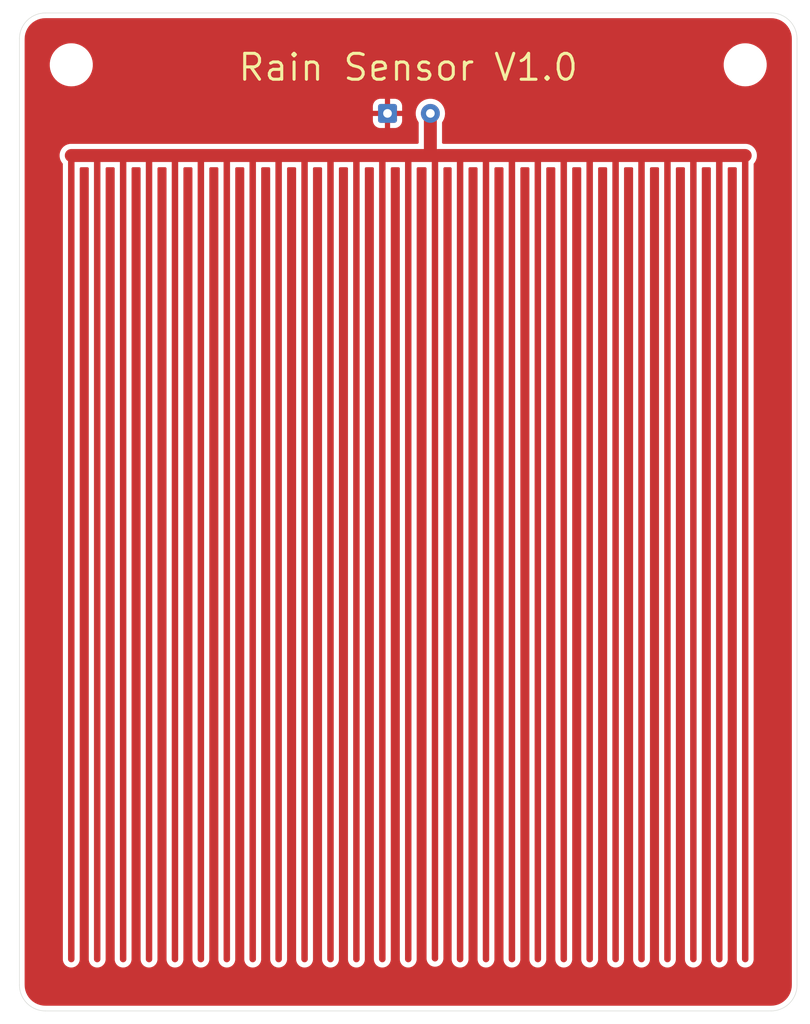
<source format=kicad_pcb>
(kicad_pcb (version 20211014) (generator pcbnew)
  (layers (0 "F.Cu" signal) (31 "B.Cu" signal) (34 "B.Paste" user) (35 "F.Paste" user) (36 "B.SilkS" user "B.Silkscreen") (37 "F.SilkS" user "F.Silkscreen") (38 "B.Mask" user) (39 "F.Mask" user) (44 "Edge.Cuts" user))
  (net 0 "")
  (net 1 "OUT")
  (net 2 "GND")
  (footprint "MountingHole:MountingHole_3.2mm_M3" (layer "F.Cu") (at 110.4265 49.8475 180)
    (fp_text reference "REF**" hide)
    (fp_text value "M3")
    (pad "" np_thru_hole circle locked (at 0 0 180) (size 3.2 3.2) (drill 3.2) (layers *.Cu *.Mask))
  )
  (footprint "MountingHole:MountingHole_3.2mm_M3" (layer "F.Cu") (at 176.4665 49.8475 180)
    (fp_text reference "REF**" hide)
    (fp_text value "M3")
    (pad "" np_thru_hole circle locked (at 0 0 180) (size 3.2 3.2) (drill 3.2) (layers *.Cu *.Mask))
  )
  (footprint "Connector_Wire:SolderWire-0.25sqmm_1x02_P4.2mm_D0.65mm_OD1.7mm" (layer "B.Cu") (at 141.4145 54.61)
    (fp_text reference "" hide)
    (fp_text value "" hide)
    (pad "1" thru_hole roundrect locked (at 0 0) (size 1.85 1.85) (drill 0.85) (layers *.Cu *.Mask) (roundrect_rratio 0.1351345946) (net 2 "GND"))
    (pad "2" thru_hole circle locked (at 4.2 0) (size 1.85 1.85) (drill 0.85) (layers *.Cu *.Mask) (net 1 "OUT"))
  )
  (gr_line (start 179.0065 44.7675) (end 107.8865 44.7675) (layer "Edge.Cuts") (width 0.05))
  (gr_line (start 105.3465 140.0175) (end 105.3465 47.3075) (layer "Edge.Cuts") (width 0.05))
  (gr_line (start 179.0065 142.5575) (end 107.8865 142.5575) (layer "Edge.Cuts") (width 0.05))
  (gr_arc (start 179.0065 44.7675) (mid 180.802551 45.511449) (end 181.5465 47.3075) (layer "Edge.Cuts") (width 0.05))
  (gr_arc (start 181.5465 140.0175) (mid 180.802551 141.813551) (end 179.0065 142.5575) (layer "Edge.Cuts") (width 0.05))
  (gr_arc (start 107.8865 142.5575) (mid 106.090449 141.813551) (end 105.3465 140.0175) (layer "Edge.Cuts") (width 0.05))
  (gr_arc (start 105.3465 47.3075) (mid 106.090449 45.511449) (end 107.8865 44.7675) (layer "Edge.Cuts") (width 0.05))
  (gr_line (start 181.5465 47.3075) (end 181.5465 140.0175) (layer "Edge.Cuts") (width 0.05))
  (gr_text "Rain Sensor V1.0" (at 143.4465 50.1015) (layer "F.SilkS") (effects (font (size 2.54 2.54) (thickness 0.3))))
  (segment (start 161.2265 58.7375) (end 161.2265 137.4775) (width 0.635) (layer "F.Cu") (net 1))
  (segment (start 115.5065 58.7375) (end 115.5065 137.4775) (width 0.635) (layer "F.Cu") (net 1))
  (segment (start 151.0665 58.7375) (end 151.0665 137.4775) (width 0.635) (layer "F.Cu") (net 1))
  (segment (start 176.4665 58.7375) (end 146.3675 58.7375) (width 1.27) (layer "F.Cu") (net 1))
  (segment (start 153.6065 58.7375) (end 153.6065 137.4775) (width 0.635) (layer "F.Cu") (net 1))
  (segment (start 176.4665 58.7375) (end 176.4665 137.4775) (width 0.635) (layer "F.Cu") (net 1))
  (segment (start 110.4265 58.7375) (end 110.4265 137.4775) (width 0.635) (layer "F.Cu") (net 1))
  (segment (start 148.5265 58.7375) (end 148.5265 137.4775) (width 0.635) (layer "F.Cu") (net 1))
  (segment (start 163.7665 58.7375) (end 163.7665 137.4775) (width 0.635) (layer "F.Cu") (net 1))
  (segment (start 112.9665 58.7375) (end 112.9665 137.4775) (width 0.635) (layer "F.Cu") (net 1))
  (segment (start 145.669 58.7375) (end 110.4265 58.7375) (width 1.27) (layer "F.Cu") (net 1))
  (segment (start 125.6665 58.7375) (end 125.6665 137.4775) (width 0.635) (layer "F.Cu") (net 1))
  (segment (start 133.2865 58.7375) (end 133.2865 137.4775) (width 0.635) (layer "F.Cu") (net 1))
  (segment (start 145.6145 54.61) (end 145.6145 58.683) (width 1.27) (layer "F.Cu") (net 1))
  (segment (start 146.0665 58.7375) (end 146.0665 137.3975) (width 0.635) (layer "F.Cu") (net 1))
  (segment (start 138.3665 58.7375) (end 138.3665 137.4775) (width 0.635) (layer "F.Cu") (net 1))
  (segment (start 171.3865 58.7375) (end 171.3865 137.4775) (width 0.635) (layer "F.Cu") (net 1))
  (segment (start 168.8465 58.7375) (end 168.8465 137.4775) (width 0.635) (layer "F.Cu") (net 1))
  (segment (start 118.0465 58.7375) (end 118.0465 137.4775) (width 0.635) (layer "F.Cu") (net 1))
  (segment (start 143.4465 58.7375) (end 143.4465 137.4775) (width 0.635) (layer "F.Cu") (net 1))
  (segment (start 123.1265 58.7375) (end 123.1265 137.4775) (width 0.635) (layer "F.Cu") (net 1))
  (segment (start 156.1465 58.7375) (end 156.1465 137.4775) (width 0.635) (layer "F.Cu") (net 1))
  (segment (start 140.9065 58.7375) (end 140.9065 137.4775) (width 0.635) (layer "F.Cu") (net 1))
  (segment (start 135.8265 58.7375) (end 135.8265 137.4775) (width 0.635) (layer "F.Cu") (net 1))
  (segment (start 130.7465 58.7375) (end 130.7465 137.4775) (width 0.635) (layer "F.Cu") (net 1))
  (segment (start 173.9265 58.7375) (end 173.9265 137.4775) (width 0.635) (layer "F.Cu") (net 1))
  (segment (start 158.6865 58.7375) (end 158.6865 137.4775) (width 0.635) (layer "F.Cu") (net 1))
  (segment (start 166.3065 58.7375) (end 166.3065 137.4775) (width 0.635) (layer "F.Cu") (net 1))
  (segment (start 120.5865 58.7375) (end 120.5865 137.4775) (width 0.635) (layer "F.Cu") (net 1))
  (segment (start 128.2065 58.7375) (end 128.2065 137.4775) (width 0.635) (layer "F.Cu") (net 1))
  (zone (net 2) (net_name "GND") (layer "F.Cu") (connect_pads (clearance 0.508)) (min_thickness 0.254) (fill yes (thermal_gap 0.508) (thermal_bridge_width 0.508))
    (polygon (pts (xy 104.0765 43.4975) (xy 182.8165 43.4975) (xy 182.8165 143.8275) (xy 103.4415 143.8275)))
  )
)
</source>
